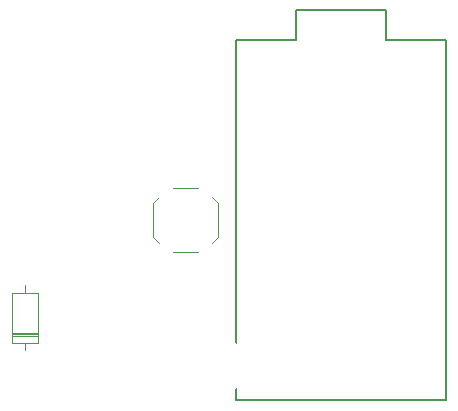
<source format=gbo>
%TF.GenerationSoftware,KiCad,Pcbnew,(6.0.8)*%
%TF.CreationDate,2024-06-01T23:25:37+02:00*%
%TF.ProjectId,micropad,6d696372-6f70-4616-942e-6b696361645f,rev?*%
%TF.SameCoordinates,Original*%
%TF.FileFunction,Legend,Bot*%
%TF.FilePolarity,Positive*%
%FSLAX46Y46*%
G04 Gerber Fmt 4.6, Leading zero omitted, Abs format (unit mm)*
G04 Created by KiCad (PCBNEW (6.0.8)) date 2024-06-01 23:25:37*
%MOMM*%
%LPD*%
G01*
G04 APERTURE LIST*
%ADD10C,0.150000*%
%ADD11C,0.120000*%
%ADD12R,1.600000X1.600000*%
%ADD13C,1.600000*%
%ADD14C,3.048000*%
%ADD15C,3.987800*%
%ADD16C,4.000000*%
%ADD17C,2.500000*%
%ADD18R,1.100000X1.800000*%
%ADD19O,1.600000X1.600000*%
G04 APERTURE END LIST*
D10*
X76940000Y-48580000D02*
X76940000Y-79060000D01*
X76940000Y-48580000D02*
X71860000Y-48580000D01*
X71860000Y-48580000D02*
X71860000Y-46040000D01*
X71860000Y-46040000D02*
X64240000Y-46040000D01*
X64240000Y-46040000D02*
X64240000Y-48580000D01*
X64240000Y-48580000D02*
X59160000Y-48580000D01*
X59160000Y-48580000D02*
X59160000Y-79060000D01*
X59160000Y-79060000D02*
X76940000Y-79060000D01*
D11*
X52160000Y-62320000D02*
X52650000Y-61830000D01*
X53840000Y-61050000D02*
X55920000Y-61050000D01*
X57600000Y-65220000D02*
X57600000Y-62320000D01*
X52160000Y-65220000D02*
X52160000Y-62320000D01*
X52160000Y-65220000D02*
X52650000Y-65710000D01*
X57600000Y-62320000D02*
X57110000Y-61830000D01*
X53840000Y-66490000D02*
X55920000Y-66490000D01*
X57600000Y-65220000D02*
X57110000Y-65710000D01*
X41270000Y-69300000D02*
X41270000Y-69950000D01*
X40150000Y-74190000D02*
X40150000Y-69950000D01*
X42390000Y-74190000D02*
X40150000Y-74190000D01*
X41270000Y-74840000D02*
X41270000Y-74190000D01*
X42390000Y-73350000D02*
X40150000Y-73350000D01*
X40150000Y-69950000D02*
X42390000Y-69950000D01*
X42390000Y-73590000D02*
X40150000Y-73590000D01*
X42390000Y-73470000D02*
X40150000Y-73470000D01*
X42390000Y-69950000D02*
X42390000Y-74190000D01*
D12*
X75670000Y-49850000D03*
D13*
X75670000Y-52390000D03*
X75670000Y-54930000D03*
X75670000Y-57470000D03*
X75670000Y-60010000D03*
X75670000Y-62550000D03*
X75670000Y-65090000D03*
X75670000Y-67630000D03*
X75670000Y-70170000D03*
X75670000Y-72710000D03*
X75670000Y-75250000D03*
X75670000Y-77790000D03*
X60430000Y-67630000D03*
X60430000Y-65090000D03*
X60430000Y-62550000D03*
X60430000Y-60010000D03*
X60430000Y-57470000D03*
X60430000Y-54930000D03*
X60430000Y-52390000D03*
X60430000Y-49850000D03*
%LPC*%
D12*
X75670000Y-49850000D03*
D13*
X75670000Y-52390000D03*
X75670000Y-54930000D03*
X75670000Y-57470000D03*
X75670000Y-60010000D03*
X75670000Y-62550000D03*
X75670000Y-65090000D03*
X75670000Y-67630000D03*
X75670000Y-70170000D03*
X75670000Y-72710000D03*
X75670000Y-75250000D03*
X75670000Y-77790000D03*
X60430000Y-67630000D03*
X60430000Y-65090000D03*
X60430000Y-62550000D03*
X60430000Y-60010000D03*
X60430000Y-57470000D03*
X60430000Y-54930000D03*
X60430000Y-52390000D03*
X60430000Y-49850000D03*
D14*
X46602000Y-68280050D03*
X70478000Y-68280050D03*
D15*
X46602000Y-83490050D03*
X70478000Y-83490050D03*
D16*
X58550000Y-76160000D03*
D17*
X61090000Y-71080000D03*
X54740000Y-73620000D03*
D18*
X53030000Y-60670000D03*
X53030000Y-66870000D03*
X56730000Y-66870000D03*
X56730000Y-60670000D03*
D19*
X41270000Y-68260000D03*
D12*
X41270000Y-75880000D03*
D17*
X64250000Y-54600000D03*
X70600000Y-52060000D03*
D16*
X68060000Y-57140000D03*
X48990000Y-57100000D03*
D17*
X51530000Y-52020000D03*
X45180000Y-54560000D03*
M02*

</source>
